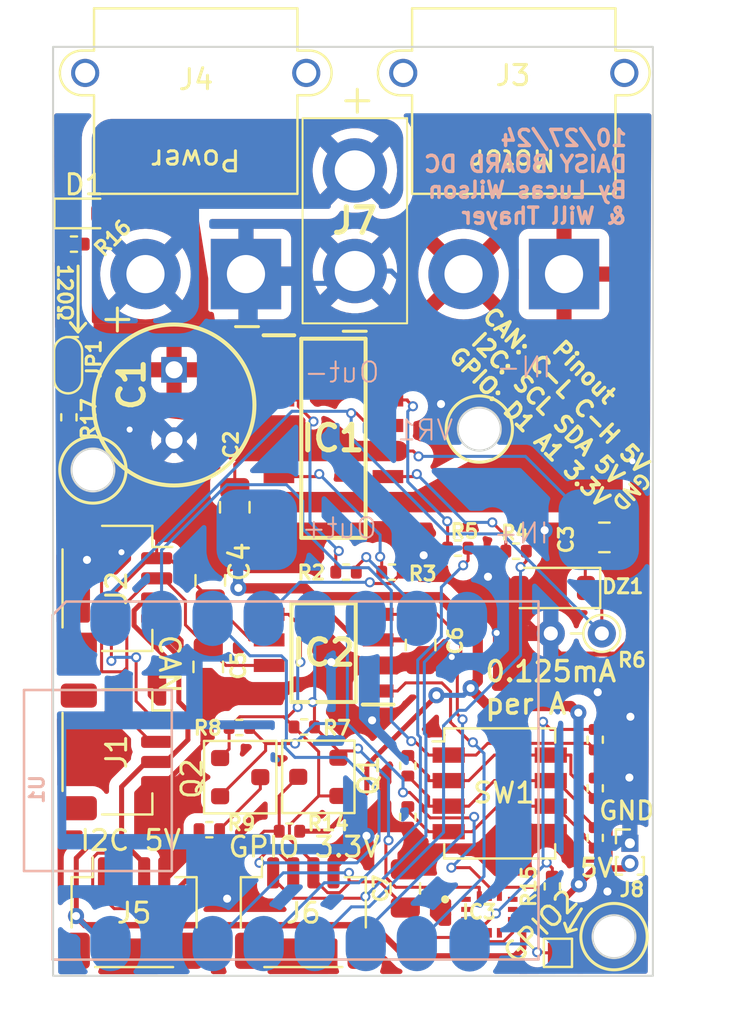
<source format=kicad_pcb>
(kicad_pcb (version 20240108) (generator "pcbnew") (generator_version "8.0")
  (layers (0 "F.Cu" signal) (31 "B.Cu" signal) (34 "B.Paste" user) (35 "F.Paste" user) (36 "B.SilkS" user "B.Silkscreen") (37 "F.SilkS" user "F.Silkscreen") (38 "B.Mask" user) (39 "F.Mask" user) (44 "Edge.Cuts" user))
  (net 0 "")
  (net 1 "GND")
  (net 2 "/OUTA")
  (net 3 "Net-(IC1-INA)")
  (net 4 "+24V")
  (net 5 "Net-(IC1-INB)")
  (net 6 "/OUTB")
  (net 7 "Net-(IC1-PWM)")
  (net 8 "+5V")
  (net 9 "Net-(IC1-SEL0)")
  (net 10 "RSENSE")
  (net 11 "CANH")
  (net 12 "CANL")
  (net 13 "CANTX")
  (net 14 "+3.3V")
  (net 15 "CANRX")
  (net 16 "Net-(R1-Pad1)")
  (net 17 "DipV")
  (net 18 "INA")
  (net 19 "INB")
  (net 20 "PWM")
  (net 21 "SEL")
  (net 22 "Net-(R10-Pad1)")
  (net 23 "Net-(R11-Pad1)")
  (net 24 "GPIO_1")
  (net 25 "GPIO_A")
  (net 26 "SDA")
  (net 27 "SCL")
  (net 28 "GPIO_2")
  (net 29 "/SCL5")
  (net 30 "/SDA5")
  (net 33 "Net-(IC3-CS)")
  (net 39 "Net-(D1-K)")
  (net 40 "Net-(JP1-A)")
  (footprint "Library:Xt30 Horizontal" (layer "F.Cu") (at 86.916 65.626)
    (property "Reference" "J4")
    (property "Value" "XT30PB")
  )
  (footprint "Resistor_SMD:R_0402_1005Metric" (layer "F.Cu") (at 104.2924 88.771 -90)
    (property "Reference" "R13" (hide yes))
    (property "Value" "8.2k")
  )
  (footprint "Resistor_SMD:R_0402_1005Metric" (layer "F.Cu") (at 100.3554 79.4004)
    (property "Reference" "R4")
    (property "Value" "1.1k")
  )
  (footprint "SamacSys_Parts:CAPPRD350W65D800H1300" (layer "F.Cu") (at 83.3374 70.3834 -90)
    (property "Reference" "C1")
    (property "Value" "EEU-FK1E271" (hide yes))
  )
  (footprint "Connector_JST:JST_SH_SM04B-SRSS-TB_1x04-1MP_P1.00mm_Horizontal" (layer "F.Cu") (at 81.3502 97.3882)
    (property "Reference" "J5")
    (property "Value" "SM04B-SRSS-TB")
  )
  (footprint "Resistor_SMD:R_0402_1005Metric" (layer "F.Cu") (at 85.092 93.2434 180)
    (property "Reference" "R9")
    (property "Value" "10k")
  )
  (footprint "Resistor_SMD:R_0402_1005Metric" (layer "F.Cu") (at 104.2924 93.6518 90)
    (property "Reference" "R11" (hide yes))
    (property "Value" "2.2k")
  )
  (footprint "Connector_PinHeader_1.00mm:PinHeader_1x02_P1.00mm_Vertical" (layer "F.Cu") (at 106.0196 93.9198)
    (property "Reference" "J8")
    (property "Value" "Conn_01x02_Pin")
  )
  (footprint "TestPoint:TestPoint_Pad_1.0x1.0mm" (layer "F.Cu") (at 102.4382 99.3648 -90)
    (property "Reference" "GPIO2")
    (property "Value" "TestPoint")
  )
  (footprint "Resistor_SMD:R_0402_1005Metric" (layer "F.Cu") (at 91.8952 80.4418 180)
    (property "Reference" "R2")
    (property "Value" "1.1k")
  )
  (footprint "PCM_Package_TO_SOT_SMD_AKL:SOT-23" (layer "F.Cu") (at 86.63 90.6322)
    (property "Reference" "Q2")
    (property "Value" "BSS138" (hide yes))
  )
  (footprint "Capacitor_SMD:C_0805_2012Metric" (layer "F.Cu") (at 86.36 77.216 -90)
    (property "Reference" "C2")
    (property "Value" "100nF")
  )
  (footprint "Resistor_SMD:R_0402_1005Metric" (layer "F.Cu") (at 78.105 72.7456 90)
    (property "Reference" "R17")
    (property "Value" "120")
  )
  (footprint "Resistor_THT:R_Axial_DIN0204_L3.6mm_D1.6mm_P2.54mm_Vertical" (layer "F.Cu") (at 104.6226 83.4898 180)
    (property "Reference" "R6")
    (property "Value" "Rsense")
  )
  (footprint "SamacSys_Parts:LSM6DS3USTR" (layer "F.Cu") (at 99.0266 97.4574)
    (property "Reference" "IC3")
    (property "Value" "LSM6DS3TR-C" (hide yes))
  )
  (footprint "Resistor_SMD:R_0402_1005Metric" (layer "F.Cu") (at 89.0798 93.3196)
    (property "Reference" "R14")
    (property "Value" "10k")
  )
  (footprint "Connector_JST:JST_SH_SM04B-SRSS-TB_1x04-1MP_P1.00mm_Horizontal" (layer "F.Cu") (at 80.4738 81.25 -90)
    (property "Reference" "J2")
    (property "Value" "SM04B-SRSS-TB")
  )
  (footprint "Resistor_SMD:R_0402_1005Metric" (layer "F.Cu") (at 78.357001 64.135 180)
    (property "Reference" "R16")
    (property "Value" "1.5k")
  )
  (footprint "SamacSys_Parts:SOIC127P600X175-16N" (layer "F.Cu") (at 91.268 73.787)
    (property "Reference" "IC1")
    (property "Value" "VNH7100BASTR" (hide yes))
  )
  (footprint "Diode_SMD:D_SOD-123" (layer "F.Cu") (at 102.1832 81.2292 180)
    (property "Reference" "DZ1")
    (property "Value" "3.3v")
  )
  (footprint "LED_SMD:LED_0603_1608Metric" (layer "F.Cu") (at 78.8671 62.611)
    (property "Reference" "D1")
    (property "Value" "KT-0603R")
  )
  (footprint "Resistor_SMD:R_0402_1005Metric" (layer "F.Cu") (at 94.1812 80.4418 180)
    (property "Reference" "R3")
    (property "Value" "1.1k")
  )
  (footprint "JST_Sorted:XT30PB" (layer "F.Cu") (at 92.3326 65.4744 180)
    (property "Reference" "J7")
    (property "Value" "XT30PB" (hide yes))
  )
  (footprint "Resistor_SMD:R_0402_1005Metric" (layer "F.Cu") (at 104.2924 91.186 90)
    (property "Reference" "R1" (hide yes))
    (property "Value" "8.2k")
  )
  (footprint "Resistor_SMD:R_0402_1005Metric" (layer "F.Cu") (at 86.5866 88.1634 180)
    (property "Reference" "R8")
    (property "Value" "10k")
  )
  (footprint "PCM_Package_TO_SOT_SMD_AKL:SOT-23" (layer "F.Cu") (at 90.5162 90.617 180)
    (property "Reference" "Q1")
    (property "Value" "BSS138" (hide yes))
  )
  (footprint "SamacSys_Parts:SOIC127P600X175-8N" (layer "F.Cu") (at 90.7796 84.4448 180)
    (property "Reference" "IC2")
    (property "Value" "TJA1050T_CM" (hide yes))
  )
  (footprint "Capacitor_SMD:C_0805_2012Metric" (layer "F.Cu") (at 94.8436 96.1644 90)
    (property "Reference" "C7")
    (property "Value" "100nF")
  )
  (footprint "Resistor_SMD:R_0402_1005Metric" (layer "F.Cu") (at 94.9706 92.6064 90)
    (property "Reference" "R12" (hide yes))
    (property "Value" "1.1k")
  )
  (footprint "Resistor_SMD:R_0402_1005Metric" (layer "F.Cu") (at 97.4598 79.248)
    (property "Reference" "R5")
    (property "Value" "1.1k")
  )
  (footprint "Jumper:SolderJumper-2_P1.3mm_Open_RoundedPad1.0x1.5mm" (layer "F.Cu") (at 78.2574 70.1548 90)
    (property "Reference" "JP1")
    (property "Value" "SolderJumper_2_Open")
  )
  (footprint "Resistor_SMD:R_0402_1005Metric" (layer "F.Cu") (at 89.8144 88.138 180)
    (property "Reference" "R7")
    (property "Value" "10k")
  )
  (footprint "Capacitor_SMD:C_0805_2012Metric" (layer "F.Cu") (at 85.1408 80.8482 -90)
    (property "Reference" "C4")
    (property "Value" "30pF")
  )
  (footprint "Capacitor_SMD:C_0805_2012Metric" (layer "F.Cu") (at 95.6056 84.0638 -90)
    (property "Reference" "C6")
    (property "Value" "100nF")
  )
  (footprint "Connector_JST:JST_SH_SM04B-SRSS-TB_1x04-1MP_P1.00mm_Horizontal" (layer "F.Cu") (at 80.4738 89.378 -90)
    (property "Reference" "J1")
    (property "Value" "SM04B-SRSS-TB")
  )
  (footprint "Resistor_SMD:R_0402_1005Metric" (layer "F.Cu") (at 102.1588 96.0628 90)
    (property "Reference" "R15")
    (property "Value" "10k")
  )
  (footprint "Capacitor_SMD:C_0805_2012Metric" (layer "F.Cu") (at 85.0392 85.151 -90)
    (property "Reference" "C5")
    (property "Value" "30pF")
  )
  (footprint "Connector_JST:JST_SH_SM04B-SRSS-TB_1x04-1MP_P1.00mm_Horizontal" (layer "F.Cu") (at 89.7696 97.3882)
    (property "Reference" "J6")
    (property "Value" "SM04B-SRSS-TB")
  )
  (footprint "Resistor_SMD:R_0402_1005Metric" (layer "F.Cu") (at 94.9706 90.0644 90)
    (property "Reference" "R10" (hide yes))
    (property "Value" "3.9k")
  )
  (footprint "Capacitor_SMD:C_0805_2012Metric" (layer "F.Cu") (at 104.7496 78.7146)
    (property "Reference" "C3")
    (property "Value" "10nF")
  )
  (footprint "Button_Switch_SMD:SW_DIP_SPSTx04_Slide_Copal_CHS-04A_W5.08mm_P1.27mm_JPin" (layer "F.Cu") (at 99.5426 91.44)
    (property "Reference" "SW1")
    (property "Value" "DSHP04TJGER")
  )
  (footprint "Library:Xt30 Horizontal" (layer "F.Cu") (at 102.742 65.626)
    (property "Reference" "J3")
    (property "Value" "XT30PB")
  )
  (footprint "Library:EY9 reg board" (layer "B.Cu") (at 95.8342 73.8886 180)
    (property "Reference" "VR1")
    (property "Value" "~")
  )
  (footprint "Arduino:ESP32-C3 16 Pin Super Mini" (layer "B.Cu") (at 98.2964 81.9039 -90)
    (property "Reference" "U1")
    (property "Value" "MOUDLE-SEEEDUINO-XIAO-ESP32C3")
  )
  (gr_line (start 102.9208 98.3234) (end 103.3526 98.1964) (stroke (width 0.15)) (layer "F.SilkS"))
  (gr_line (start 78.9432 68.072) (end 78.5622 68.5038) (stroke (width 0.15)) (layer "F.SilkS"))
  (gr_circle (center 105.228418 98.55975) (end 106.878418 98.55975) (stroke (width 0.15)) (fill none) (layer "F.SilkS"))
  (gr_line (start 78.1812 68.0466) (end 78.5622 68.5038) (stroke (width 0.15)) (layer "F.SilkS"))
  (gr_line (start 78.5622 65.2272) (end 78.5622 68.5038) (stroke (width 0.15)) (layer "F.SilkS"))
  (gr_circle (center 98.5276 73.3298) (end 100.1776 73.3298) (stroke (width 0.15)) (fill none) (layer "F.SilkS"))
  (gr_line (start 103.6066 97.1804) (end 102.9208 98.3234) (stroke (width 0.15)) (layer "F.SilkS"))
  (gr_circle (center 79.302 75.3618) (end 80.952 75.3618) (stroke (width 0.15)) (fill none) (layer "F.SilkS"))
  (gr_line (start 78.5622 68.5038) (end 78.1812 68.0466) (stroke (width 0.15)) (layer "F.SilkS"))
  (gr_line (start 102.9208 98.3234) (end 102.7684 97.8916) (stroke (width 0.15)) (layer "F.SilkS"))
  (gr_circle (center 105.228418 98.55975) (end 106.298418 98.55975) (stroke (width 0.1)) (fill none) (layer "Edge.Cuts"))
  (gr_circle (center 79.302 75.3618) (end 80.372 75.3618) (stroke (width 0.1)) (fill none) (layer "Edge.Cuts"))
  (gr_circle (center 98.5276 73.3298) (end 99.5976 73.3298) (stroke (width 0.1)) (fill none) (layer "Edge.Cuts"))
  (gr_rect (start 77.3176 54.3306) (end 107.1626 100.5078) (stroke (width 0.1)) (fill none) (layer "Edge.Cuts"))
  (gr_text "10/27/24 \nDAISY BOARD DC\nBy Lucas Wilson \n& Will Thayer\n\n" (at 105.9688 64.4906 0) (layer "B.SilkS") (effects (font (size 0.8 0.8) (thickness 0.175) (bold yes)) (justify left bottom mirror)))
  (gr_text "GND" (at 106.0958 76.4286 -135) (layer "F.SilkS") (effects (font (size 0.7 0.7))))
  (gr_text "-" (at 92.329 68.3514 0) (layer "F.SilkS") (effects (font (size 1.5 1.5))))
  (gr_text "Power" (at 84.416 59.951 180) (layer "F.SilkS") (effects (font (size 1 1))))
  (gr_text "GPIO 3.3V\n" (at 89.8144 94.107 0) (layer "F.SilkS") (effects (font (size 1 1))))
  (gr_text "5V" (at 104.3686 95.1484 0) (layer "F.SilkS") (effects (font (size 0.9 0.9))))
  (gr_text "Motor" (at 100.242 59.951 180) (layer "F.SilkS") (effects (font (size 1 1))))
  (gr_text "+" (at 92.456 56.896 0) (layer "F.SilkS") (effects (font (size 1.5 1.5))))
  (gr_text "CAN" (at 83.1088 85.0138 -90) (layer "F.SilkS") (effects (font (size 1 1))))
  (gr_text "I2C 5V" (at 81.1784 93.7768 0) (layer "F.SilkS") (effects (font (size 1 1))))
  (gr_text "Pinout\nCAN: C-L C-H 5V\nI2C: SCL SDA 5V\nGPIO: D1 A1 3.3V" (at 100.6856 73.5584 315) (layer "F.SilkS") (effects (font (size 0.8 0.8) (thickness 0.175) (bold yes)) (justify bottom)))
  (gr_text "0.125mA \nper A\n" (at 98.7298 87.5792 0) (layer "F.SilkS") (effects (font (size 1 1) (thickness 0.175) (bold yes)) (justify left bottom)))
  (gr_text "GND" (at 105.8672 92.3036 0) (layer "F.SilkS") (effects (font (size 0.9 0.9))))
  (gr_text "120Ω" (at 77.9018 66.548 -90) (layer "F.SilkS") (effects (font (size 0.7 0.7))))
  (segment (start 101.5193 93.345) (end 102.9377 94.7634) (width 0.25) (layer "F.Cu") (net 1))
  (segment (start 93.358801 93.116399) (end 92.927 93.5482) (width 0.508) (layer "F.Cu") (net 1))
  (segment (start 105.0307 84.5148) (end 102.5567 84.5148) (width 0.25) (layer "F.Cu") (net 1))
  (segment (start 92.927 93.5482) (end 92.9132 93.5482) (width 0.508) (layer "F.Cu") (net 1))
  (segment (start 100.9489 82.907) (end 100.9489 81.6449) (width 0.25) (layer "F.Cu") (net 1))
  (segment (start 105.033 93.6498) (end 105.033 84.5172) (width 0.25) (layer "F.Cu") (net 1))
  (segment (start 94.6473 85.0138) (end 94.5813 85.0798) (width 0.25) (layer "F.Cu") (net 1))
  (segment (start 82.7091 91.1132) (end 82.8487 91.2529) (width 0.25) (layer "F.Cu") (net 1))
  (segment (start 92.9034 93.5718) (end 92.8878 93.5874) (width 0.25) (layer "F.Cu") (net 1))
  (segment (start 82.4738 83.5356) (end 82.4738 82.75) (width 0.25) (layer "F.Cu") (net 1))
  (segment (start 87.5233 86.3498) (end 88.0686 86.3498) (width 0.25) (layer "F.Cu") (net 1))
  (segment (start 92.8878 93.599) (end 92.8762 93.599) (width 0.25) (layer "F.Cu") (net 1))
  (segment (start 95.7486 94.179) (end 101.2486 94.179) (width 0.508) (layer "F.Cu") (net 1))
  (segment (start 82.7091 91.1132) (end 85.0392 88.7831) (width 0.25) (layer "F.Cu") (net 1))
  (segment (start 86.7291 86.101) (end 86.9779 86.3498) (width 0.25) (layer "F.Cu") (net 1))
  (segment (start 88.0686 86.3498) (end 89.1593 86.3498) (width 0.25) (layer "F.Cu") (net 1))
  (segment (start 106.0196 93.9198) (end 105.303 93.9198) (width 0.254) (layer "F.Cu") (net 1))
  (segment (start 85.0392 86.101) (end 82.4738 83.5356) (width 0.25) (layer "F.Cu") (net 1))
  (segment (start 82.8487 93.8682) (end 82.8502 93.8697) (width 0.25) (layer "F.Cu") (net 1))
  (segment (start 95.6056 85.0138) (end 94.6473 85.0138) (width 0.25) (layer "F.Cu") (net 1))
  (segment (start 95.9512 84.6682) (end 95.6056 85.0138) (width 0.25) (layer "F.Cu") (net 1))
  (segment (start 91.2696 95.2056) (end 91.2696 95.3882) (width 0.25) (layer "F.Cu") (net 1))
  (segment (start 102.9377 94.7634) (end 104.9379 94.7634) (width 0.25) (layer "F.Cu") (net 1))
  (segment (start 99.3648 83.4644) (end 99.3902 83.4644) (width 0.25) (layer "F.Cu") (net 1))
  (segment (start 78.74 64.135) (end 78.4606 64.4144) (width 0.15) (layer "F.Cu") (net 1))
  (segment (start 87.5233 86.3498) (end 86.9779 86.3498) (width 0.25) (layer "F.Cu") (net 1))
  (segment (start 105.0331 84.5172) (end 105.0307 84.5148) (width 0.25) (layer "F.Cu") (net 1))
  (segment (start 100.9489 81.6449) (end 100.5332 81.2292) (width 0.25) (layer "F.Cu") (net 1))
  (segment (start 93.4906 85.0798) (end 92.3999 85.0798) (width 0.25) (layer "F.Cu") (net 1))
  (segment (start 94.9706 93.116399) (end 93.358801 93.116399) (width 0.508) (layer "F.Cu") (net 1))
  (segment (start 82.4738 90.878) (end 82.7091 91.1132) (width 0.25) (layer "F.Cu") (net 1))
  (segment (start 89.1593 86.3498) (end 89.6843 85.8248) (width 0.25) (layer "F.Cu") (net 1))
  (segment (start 105.303 93.9198) (end 105.033 93.6498) (width 0.254) (layer "F.Cu") (net 1))
  (segment (start 89.6843 85.8248) (end 91.8443 85.8248) (width 0.25) (layer "F.Cu") (net 1))
  (segment (start 104.9379 94.7634) (end 105.0331 94.6682) (width 0.25) (layer "F.Cu") (net 1))
  (segment (start 92.8762 93.599) (end 91.2696 95.2056) (width 0.25) (layer "F.Cu") (net 1))
  (segment (start 106.02 93.9198) (end 106.0196 93.9198) (width 0.254) (layer "F.Cu") (net 1))
  (segment (start 91.8443 85.8248) (end 92.3999 85.2692) (width 0.25) (layer "F.Cu") (net 1))
  (segment (start 78.4098 64.4652) (end 78.4098 65.0494) (width 0.15) (layer "F.Cu") (net 1))
  (segment (start 106.1545 74.9421) (end 106.1545 83.6597) (width 0.25) (layer "F.Cu") (net 1))
  (segment (start 85.1408 79.8982) (end 84.4448 79.8982) (width 0.25) (layer "F.Cu") (net 1))
  (segment (start 85.0392 88.7831) (end 85.0392 86.101) (width 0.25) (layer "F.Cu") (net 1))
  (segment (start 82.8487 91.2529) (end 82.8487 93.8682) (width 0.25) (layer "F.Cu") (net 1))
  (segment (start 102.5567 84.5148) (end 100.9489 82.907) (width 0.25) (layer "F.Cu") (net 1))
  (segment (start 92.8878 93.5874) (end 92.8878 93.599) (width 0.25) (layer "F.Cu") (net 1))
  (segment (start 100.3915 83.4644) (end 100.9489 82.907) (width 0.25) (layer "F.Cu") (net 1))
  (segment (start 95.7486 93.8436) (end 95.7486 94.179) (width 0.508) (layer "F.Cu") (net 1))
  (segment (start 94.9706 93.116399) (end 95.021399 93.116399) (width 0.508) (layer "F.Cu") (net 1))
  (segment (start 102.0826 93.345) (end 101.5193 93.345) (width 0.25) (layer "F.Cu") (net 1))
  (segment (start 92.9132 93.5482) (end 92.9132 93.562) (width 0.508) (layer "F.Cu") (net 1))
  (segment (start 92.3999 85.2692) (end 92.3999 85.0798) (width 0.25) (layer "F.Cu") (net 1))
  (segment (start 99.3902 83.4644) (end 100.3915 83.4644) (width 0.25) (layer "F.Cu") (net 1))
  (segment (start 95.021399 93.116399) (end 95.7486 93.8436) (width 0.508) (layer "F.Cu") (net 1))
  (segment (start 78.4606 64.4144) (end 78.4098 64.4652) (width 0.15) (layer "F.Cu") (net 1))
  (segment (start 105.033 94.6682) (end 105.033 93.6498) (width 0.25) (layer "F.Cu") (net 1))
  (segment (start 101.2486 94.179) (end 102.0826 93.345) (width 0.508) (layer "F.Cu") (net 1))
  (segment (start 106.1545 83.6597) (end 105.297 84.5172) (width 0.25) (layer "F.Cu") (net 1))
  (segment (start 78.867 64.135) (end 78.74 64.135) (width 0.15) (layer "F.Cu") (net 1))
  (segment (start 82.8502 93.8697) (end 82.8502 95.3882) (width 0.25) (layer "F.Cu") (net 1))
  (segment (start 97.1315 84.6682) (end 95.9512 84.6682) (width 0.25) (layer "F.Cu") (net 1))
  (segment (start 85.0392 86.101) (end 86.7291 86.101) (width 0.25) (layer "F.Cu") (net 1))
  (segment (start 92.9132 93.562) (end 92.9034 93.5718) (width 0.508) (layer "F.Cu") (net 1))
  (segment (start 93.4906 85.0798) (end 94.5813 85.0798) (width 0.25) (layer "F.Cu") (net 1))
  (segment (start 105.297 84.5172) (end 105.0331 84.5172) (width 0.25) (layer "F.Cu") (net 1))
  (via (at 99.3902 83.4644) (size 0.5) (drill 0.3) (layers "F.Cu" "B.Cu") (net 1))
  (via (at 106.147 74.93) (size 0.5) (drill 0.3) (layers "F.Cu" "B.Cu") (net 1))
  (via (at 85.979 96.6724) (size 0.8) (drill 0.4) (layers "F.Cu" "B.Cu") (net 1))
  (via (at 104.902 96.3168) (size 0.8) (drill 0.4) (layers "F.Cu" "B.Cu") (net 1))
  (via (at 101.7778 78.359) (size 0.8) (drill 0.4) (layers "F.Cu" "B.Cu") (net 1))
  (via (at 79.0056 79.8322) (size 0.8) (drill 0.4) (layers "F.Cu" "B.Cu") (net 1))
  (via (at 98.9584 80.6704) (size 0.8) (drill 0.4) (layers "F.Cu" "B.Cu") (net 1))
  (via (at 80.7212 79.4512) (size 0.5) (drill 0.3) (layers "F.Cu" "B.Cu") (net 1))
  (via (at 92.9132 93.5482) (size 0.8) (drill 0.4) (layers "F.Cu" "B.Cu") (net 1))
  (via (at 97.155 84.6582) (size 0.5) (drill 0.3) (layers "F.Cu" "B.Cu") (net 1))
  (via (at 106.045 87.63) (size 0.8) (drill 0.4) (layers "F.Cu" "B.Cu") (net 1))
  (via (at 95.758 79.6036) (size 0.8) (drill 0.4) (layers "F.Cu" "B.Cu") (net 1))
  (via (at 91.1606 84.9122) (size 0.8) (drill 0.4) (layers "F.Cu" "B.Cu") (net 1))
  (via (at 104.4194 86.4108) (size 0.8) (drill 0.4) (layers "F.Cu" "B.Cu") (net 1))
  (via (at 93.1926 87.8078) (size 0.8) (drill 0.4) (layers "F.Cu" "B.Cu") (net 1))
  (via (at 81.1276 73.3552) (size 0.5) (drill 0.3) (layers "F.Cu" "B.Cu") (net 1))
  (via (at 96.6216 72.0852) (size 0.8) (drill 0.4) (layers "F.Cu" "B.Cu") (net 1))
  (via (at 105.9942 90.6526) (size 0.8) (drill 0.4) (layers "F.Cu" "B.Cu") (net 1))
  (segment (start 87.3756 70.3326) (end 87.5792 70.3326) (width 0.25) (layer "B.Cu") (net 1))
  (segment (start 106.1466 74.93) (end 106.1424 74.93) (width 0.25) (layer "B.Cu") (net 1))
  (segment (start 92.2597 94.2155) (end 92.9034 93.5718) (width 0.508) (layer "B.Cu") (net 1))
  (segment (start 94.1445 65.4744) (end 92.3326 65.4744) (width 0.25) (layer "B.Cu") (net 1))
  (segment (start 99.3648 84.4911) (end 99.2799 84.576) (width 0.25) (layer "B.Cu") (net 1))
  (segment (start 106.1424 74.93) (end 104.3432 73.1308) (width 0.25) (layer "B.Cu") (net 1))
  (segment (start 81.7626 75.8698) (end 81.7285 75.8698) (width 0.25) (layer "B.Cu") (net 1))
  (segment (start 99.2799 84.576) (end 97.2237 84.576) (width 0.25) (layer "B.Cu") (net 1))
  (segment (start 97.155 84.6582) (end 97.1415 84.6582) (width 0.25) (layer "B.Cu") (net 1))
  (segment (start 87.3756 66.0856) (end 86.916 65.626) (width 0.25) (layer "B.Cu") (net 1))
  (segment (start 91.7214 66.0856) (end 87.3756 66.0856) (width 0.25) (layer "B.Cu") (net 1))
  (segment (start 99.0027 70.3326) (end 94.1445 65.4744) (width 0.25) (layer "B.Cu") (net 1))
  (segment (start 97.1415 84.6582) (end 97.1315 84.6682) (width 0.25) (layer "B.Cu") (net 1))
  (segment (start 82.716404 98.450807) (end 86.951711 94.2155) (width 0.508) (layer "B.Cu") (net 1))
  (segment (start 97.155 84.6447) (end 97.155 84.6582) (width 0.25) (layer "B.Cu") (net 1))
  (segment (start 106.1466 74.9342) (end 106.1466 74.93) (width 0.25) (layer "B.Cu") (net 1))
  (segment (start 82.716404 98.903901) (end 82.716404 98.450807) (width 0.508) (layer "B.Cu") (net 1))
  (segment (start 86.951711 94.2155) (end 92.2597 94.2155) (width 0.508) (layer "B.Cu") (net 1))
  (segment (start 87.3756 70.3326) (end 87.3756 66.0856) (width 0.25) (layer "B.Cu") (net 1))
  (segment (start 104.3432 73.1308) (end 104.3432 70.3326) (width 0.25) (layer "B.Cu") (net 1))
  (segment (start 81.7285 75.9039) (end 81.7282 75.9042) (width 0.25) (layer "B.Cu") (net 1))
  (segment (start 97.2237 84.576) (end 97.155 84.6447) (width 0.25) (layer "B.Cu") (net 1))
  (segment (start 81.7285 75.8698) (end 81.7285 75.9039) (width 0.25) (layer "B.Cu") (net 1))
  (segment (start 92.3326 65.4744) (end 91.7214 66.0856) (width 0.25) (layer "B.Cu") (net 1))
  (segment (start 104.3432 70.3326) (end 99.0027 70.3326) (width 0.25) (layer "B.Cu") (net 1))
  (segment (start 106.1545 74.9421) (end 106.1466 74.9342) (width 0.25) (layer "B.Cu") (net 1))
  (segment (start 83.3374 73.8834) (end 83.8248 73.8834) (width 0.25) (layer "B.Cu") (net 1))
  (segment (start 83.8248 73.8834) (end 87.3756 70.3326) (width 0.25) (layer "B.Cu") (net 1))
  (segment (start 99.3648 83.4644) (end 99.3648 84.4911) (width 0.25) (layer "B.Cu") (net 1))
  (segment (start 83.3374 73.8834) (end 83.3374 74.2021) (width 0.25) (layer "B.Cu") (net 1))
  (segment (start 89.5202 72.1978) (end 90.2758 72.9534) (width 0.15) (layer "F.Cu") (net 3))
  (segment (start 91.5343 79.3885) (end 91.3852 79.5376) (width 0.15) (layer "F.Cu") (net 3))
  (segment (start 89.5202 71.882) (end 89.5202 72.1978) (width 0.15) (layer "F.Cu") (net 3))
  (segment (start 91.3852 79.5376) (end 91.3852 80.4418) (width 0.15) (layer "F.Cu") (net 3))
  (segment (start 88.556 71.882) (end 89.5202 71.882) (width 0.15) (layer "F.Cu") (net 3))
  (via (at 90.2758 72.9534) (size 0.5) (drill 0.3) (layers "F.Cu" "B.Cu") (net 3))
  (via (at 91.5343 79.3885) (size 0.5) (drill 0.3) (layers "F.Cu" "B.Cu") (net 3))
  (segment (start 90.1015 73.1277) (end 90.2758 72.9534) (width 0.15) (layer "B.Cu") (net 3))
  (segment (start 90.1015 77.9557) (end 90.1015 73.1277) (width 0.15) (layer "B.Cu") (net 3))
  (segment (start 91.5343 79.3885) (end 90.1015 77.9557) (width 0.15) (layer "B.Cu") (net 3))
  (segment (start 95.2378 74.422) (end 95.5028 74.687) (width 0.15) (layer "F.Cu") (net 4))
  (segment (start 86.587 74.8589) (end 86.36 75.0859) (width 0.15) (layer "F.Cu") (net 4))
  (segment (start 86.36 75.0859) (end 86.36 76.266) (width 0.15) (layer "F.Cu") (net 4))
  (segment (start 94.9427 74.422) (end 95.2378 74.422) (width 0.15) (layer "F.Cu") (net 4))
  (via (at 95.5028 74.687) (size 0.5) (drill 0.3) (layers "F.Cu" "B.Cu") (net 4))
  (segment (start 100.8236 74.687) (end 104.4702 78.3336) (width 0.15) (layer "B.Cu") (net 4))
  (segment (start 95.5028 74.687) (end 100.8236 74.687) (width 0.15) (layer "B.Cu") (net 4))
  (segment (start 93.5916 79.6746) (end 93.6712 79.7542) (width 0.15) (layer "F.Cu") (net 5))
  (segment (start 90.4349 75.692) (end 90.5629 75.564) (width 0.15) (layer "F.Cu") (net 5))
  (segment (start 88.556 75.692) (end 90.4349 75.692) (width 0.15) (layer "F.Cu") (net 5))
  (segment (start 93.6712 79.7542) (end 93.6712 80.4418) (width 0.15) (layer "F.Cu") (net 5))
  (via (at 93.5916 79.6746) (size 0.5) (drill 0.3) (layers "F.Cu" "B.Cu") (net 5))
  (via (at 90.5629 75.564) (size 0.5) (drill 0.3) (layers "F.Cu" "B.Cu") (net 5))
  (segment (start 90.5629 75.564) (end 93.5916 78.5927) (width 0.15) (layer "B.Cu") (net 5))
  (segment (start 93.5916 78.5927) (end 93.5916 79.6746) (width 0.15) (layer "B.Cu") (net 5))
  (segment (start 95.2939 75.692) (end 95.4184 75.5675) (width 0.15) (layer "F.Cu") (net 7))
  (segment (start 99.8454 78.6395) (end 99.8454 79.4004) (width 0.15) (layer "F.Cu") (net 7))
  (segment (start 99.174 77.9681) (end 99.8454 78.6395) (width 0.15) (layer "F.Cu") (net 7))
  (segment (start 93.98 75.692) (end 95.2939 75.692) (width 0.15) (layer "F.Cu") (net 7))
  (via (at 99.174 77.9681) (size 0.5) (drill 0.3) (layers "F.Cu" "B.Cu") (net 7))
  (via (at 95.4184 75.5675) (size 0.5) (drill 0.3) (layers "F.Cu" "B.Cu") (net 7))
  (segment (start 99.174 77.9681) (end 97.819 77.9681) (width 0.15) (layer "B.Cu") (net 7))
  (segment (start 97.819 77.9681) (end 95.4184 75.5675) (width 0.15) (layer "B.Cu") (net 7))
  (segment (start 82.4738 81.75) (end 81.9476 81.75) (width 0.25) (layer "F.Cu") (net 8))
  (segment (start 105.767 95.1721) (end 104.269 95.1721) (width 0.3176) (layer "F.Cu") (net 8))
  (segment (start 101.4 97.1265) (end 100.711 97.8156) (width 0.3176) (layer "F.Cu") (net 8))
  (segment (start 80.7277 93.798) (end 81.8502 94.9205) (width 0.25) (layer "F.Cu") (net 8))
  (segment (start 94.9096 83.8098) (end 93.4906 83.8098) (width 0.25) (layer "F.Cu") (net 8))
  (segment (start 100.711 99.1109) (end 100.279 99.5426) (width 0.3176) (layer "F.Cu") (net 8))
  (segment (start 81.3484 83.0956) (end 83.5761 85.3233) (width 0.25) (layer "F.Cu") (net 8))
  (segment (start 84.0278 87.3431) (end 84.0278 88.7741) (width 0.25) (layer "F.Cu") (net 8))
  (segment (start 95.6056 83.1138) (end 94.9096 83.8098) (width 0.25) (layer "F.Cu") (net 8))
  (segment (start 84.0278 88.7741) (end 82.9239 89.878) (width 0.25) (layer "F.Cu") (net 8))
  (segment (start 100.279 99.5426) (end 94.8182 99.5426) (width 0.3176) (layer "F.Cu") (net 8))
  (segment (start 98.965936 87.0992) (end 103.076361 87.0992) (width 0.508) (layer "F.Cu") (net 8))
  (segment (start 78.4722 97.5222) (end 78.4722 94.6577) (width 0.25) (layer "F.Cu") (net 8))
  (segment (start 106.0198 94.92) (end 105.767 95.1721) (width 0.3176) (layer "F.Cu") (net 8))
  (segment (start 78.486 97.536) (end 78.4722 97.5222) (width 0.25) (layer "F.Cu") (net 8))
  (segment (start 78.4722 97.5527) (end 78.4722 97.5498) (width 0.25) (layer "F.Cu") (net 8))
  (segment (start 89.836898 81.2468) (end 89.836899 81.246799) (width 0.25) (layer "F.Cu") (net 8))
  (segment (start 90.9939 93.3196) (end 92.9293 91.3842) (width 0.25) (layer "F.Cu") (net 8))
  (segment (start 103.076361 87.0992) (end 103.403961 87.4268) (width 0.508) (layer "F.Cu") (net 8))
  (segment (start 81.3484 82.3492) (end 81.3484 83.0956) (width 0.25) (layer "F.Cu") (net 8))
  (segment (start 100.711 97.8156) (end 100.711 99.1109) (width 0.3176) (layer "F.Cu") (net 8))
  (segment (start 98.0948 86.2076) (end 98.0948 86.213682) (width 0.25) (layer "F.Cu") (net 8))
  (segment (start 94.8182 99.5426) (end 93.2688 97.9932) (width 0.3176) (layer "F.Cu") (net 8))
  (segment (start 103.4542 87.477039) (end 103.4542 87.4776) (width 0.508) (layer "F.Cu") (net 8))
  (segment (start 79.3319 93.798) (end 80.7277 93.798) (width 0.25) (layer "F.Cu") (net 8))
  (segment (start 98.100882 86.2076) (end 98.0948 86.2076) (width 0.25) (layer "F.Cu") (net 8))
  (segment (start 82.5115 96.528) (end 81.8502 95.8667) (width 0.25) (layer "F.Cu") (net 8))
  (segment (start 96.5962 81.6864) (end 90.2765 81.6864) (width 0.508) (layer "F.Cu") (net 8))
  (segment (start 81.9597 89.878) (end 80.7277 91.11) (width 0.25) (layer "F.Cu") (net 8))
  (segment (start 78.4722 97.5498) (end 78.4606 97.5614) (width 0.25) (layer "F.Cu") (net 8))
  (segment (start 81.8502 94.9205) (end 81.8502 95.3882) (width 0.25) (layer "F.Cu") (net 8))
  (segment (start 84.582 93.2434) (end 84.582 95.1182) (width 0.25) (layer "F.Cu") (net 8))
  (segment (start 98.4504 83.5406) (end 96.5962 81.6864) (width 0.508) (layer "F.Cu") (net 8))
  (segment (start 84.582 95.1182) (end 83.1722 96.528) (width 0.25) (layer "F.Cu") (net 8))
  (segment (start 98.3381 85.970382) (end 98.100882 86.2076) (width 0.25) (layer "F.Cu") (net 8))
  (segment (start 82.9239 89.878) (end 82.4738 89.878) (width 0.25) (layer "F.Cu") (net 8))
  (segment (start 78.4606 97.5614) (end 78.4606 97.536) (width 0.25) (layer "F.Cu") (net 8))
  (segment (start 90.2765 81.6864) (end 89.836899 81.246799) (width 0.508) (layer "F.Cu") (net 8))
  (segment (start 93.2688 97.9932) (end 78.9127 97.9932) (width 0.3175) (layer "F.Cu") (net 8))
  (segment (start 102.763 96.6782) (end 102.763 96.885) (width 0.3176) (layer "F.Cu") (net 8))
  (segment (start 98.3381 85.970382) (end 98.4504 85.858082) (width 0.508) (layer "F.Cu") (net 8))
  (segment (start 98.0948 86.213682) (end 98.087609 86.220873) (width 0.25) (layer "F.Cu") (net 8))
  (segment (start 82.4738 89.878) (end 81.9597 89.878) (width 0.25) (layer "F.Cu") (net 8))
  (segment (start 81.8502 95.8667) (end 81.8502 95.3882) (width 0.25) (layer "F.Cu") (net 8))
  (segment (start 83.5761 85.3233) (end 83.5761 86.8914) (width 0.25) (layer "F.Cu") (net 8))
  (segment (start 106.0196 94.9198) (end 106.0198 94.92) (width 0.15) (layer "F.Cu") (net 8))
  (segment (start 86.5554 81.2468) (end 86.5378 81.2292) (width 0.15) (layer "F.Cu") (net 8))
  (segment (start 89.5898 93.3196) (end 90.9939 93.3196) (width 0.25) (layer "F.Cu") (net 8))
  (segment (start 103.4542 87.4268) (end 103.4542 87.477039) (width 0.508) (layer "F.Cu") (net 8))
  (segment (start 78.4722 94.6577) (end 79.3319 93.798) (width 0.25) (layer "F.Cu") (net 8))
  (segment (start 102.521 97.1265) (end 101.4 97.1265) (width 0.3176) (layer "F.Cu") (net 8))
  (segment (start 98.4504 85.858082) (end 98.4504 83.5406) (width 0.508) (layer "F.Cu") (net 8))
  (segment (start 103.48 95.9612) (end 102.763 96.6782) (width 0.3176) (layer "F.Cu") (net 8))
  (segment (start 103.4542 87.477039) (end 103.4542 87.477039) (width 0.508) (layer "F.Cu") (net 8))
  (segment (start 92.3999 83.8098) (end 89.836899 81.246799) (width 0.25) (layer "F.Cu") (net 8))
  (segment (start 78.486 97.536) (end 78.486 97.536) (width 0.25) (layer "F.Cu") (net 8))
  (segment (start 96.393 86.5632) (end 96.418844 86.5632) (width 0.25) (layer "F.Cu") (net 8))
  (segment (start 96.418844 86.5632) (end 96.416509 86.565535) (width 0.25) (layer "F.Cu") (net 8))
  (segment (start 92.9293 91.3842) (end 92.9293 90.052744) (width 0.25) (layer "F.Cu") (net 8))
  (segment (start 93.4906 83.8098) (end 92.3999 83.8098) (width 0.25) (layer "F.Cu") (net 8))
  (segment (start 103.4542 87.4776) (end 103.454761 87.4776) (width 0.508) (layer "F.Cu") (net 8))
  (segment (start 92.9293 90.052744) (end 96.393 86.589044) (width 0.25) (layer "F.Cu") (net 8))
  (segment (start 83.5761 86.8914) (end 84.0278 87.3431) (width 0.25) (layer "F.Cu") (net 8))
  (segment (start 102.763 96.885) (end 102.521 97.1265) (width 0.3176) (layer "F.Cu") (net 8))
  (segment (start 103.454761 87.4776) (end 103.463161 87.486) (width 0.508) (layer "F.Cu") (net 8))
  (segment (start 98.087609 86.220873) (end 98.965936 87.0992) (width 0.508) (layer "F.Cu") (net 8))
  (segment (start 80.7277 91.11) (end 80.7277 93.798) (width 0.25) (layer "F.Cu") (net 8))
  (segment (start 78.9127 97.9932) (end 78.4722 97.5527) (width 0.3175) (layer "F.Cu") (net 8))
  (segment (start 83.1722 96.528) (end 82.5115 96.528) (width 0.25) (layer "F.Cu") (net 8))
  (segment (start 96.393 86.589044) (end 96.393 86.5632) (width 0.25) (layer "F.Cu") (net 8))
  (segment (start 104.269 95.1721) (end 103.48 95.9612) (width 0.3176) (layer "F.Cu") (net 8))
  (segment (start 81.9476 81.75) (end 81.3484 82.3492) (width 0.25) (layer "F.Cu") (net 8))
  (segment (start 103.403961 87.4268) (end 103.4542 87.4268) (width 0.508) (layer "F.Cu") (net 8))
  (segment (start 78.4606 97.536) (end 78.486 97.536) (width 0.25) (layer "F.Cu") (net 8))
  (segment (start 106.02 94.9198) (end 106.0198 94.92) (width 0.3176) (layer "F.Cu") (net 8))
  (segment (start 86.5237 81.2468) (end 89.836898 81.2468) (width 0.508) (layer "F.Cu") (net 8))
  (via (at 103.454 87.4268) (size 0.8) (drill 0.4) (layers "F.Cu" "B.Cu") (net 8))
  (via (at 78.4606 97.536) (size 0.8) (drill 0.4) (layers "F.Cu" "B.Cu") (net 8))
  (via (at 96.393 86.5632) (size 0.8) (drill 0.4) (layers "F.Cu" "B.Cu") (net 8))
  (via (at 98.0948 86.2076) (size 0.8) (drill 0.4) (layers "F.Cu" "B.Cu") (net 8))
  (via (at 103.48 95.9612) (size 0.8) (drill 0.4) (layers "F.Cu" "B.Cu") (net 8))
  (via (at 86.5378 81.2292) (size 0.8) (drill 0.4) (layers "F.Cu" "B.Cu") (net 8))
  (segment (start 86.5237 81.2433) (end 86.5237 81.2468) (width 0.508) (layer "B.Cu") (net 8))
  (segment (start 103.463161 95.926461) (end 103.4796 95.9612) (width 0.508) (layer "B.Cu") (net 8))
  (segment (start 78.4606 97.536) (end 78.4722 97.5476) (width 0.15) (layer "B.Cu") (net 8))
  (segment (start 86.5378 81.1784) (end 86.5237 81.1925) (width 0.508) (layer "B.Cu") (net 8))
  (segment (start 86.5237 81.1925) (end 86.5237 81.2151) (width 0.508) (layer "B.Cu") (net 8))
  (segment (start 86.5237 79.2621) (end 86.5237 81.1643) (width 0.508) (layer "B.Cu") (net 8))
  (segment (start 103.454 87.4268) (end 103.463 87.4358) (width 0.15) (layer "B.Cu") (net 8))
  (segment (start 97.742947 86.565535) (end 96.416509 86.565535) (width 0.25) (layer "B.Cu") (net 8))
  (segment (start 78.4722 97.5527) (end 79.8234 98.9039) (width 0.25) (layer "B.Cu") (net 8))
  (segment (start 79.8234 98.9039) (end 80.1764 98.9039) (width 0.25) (layer "B.Cu") (net 8))
  (segment (start 103.4796 95.9612) (end 103.463161 87.486) (width 0.508) (layer "B.Cu") (net 8))
  (segment (start 98.0948 86.2076) (end 98.0876 86.2148) (width 0.15) (layer "B.Cu") (net 8))
  (segment (start 78.4722 97.5476) (end 78.4722 97.5527) (width 0.15) (layer "B.Cu") (net 8))
  (segment (start 103.463 87.4358) (end 103.463 87.486) (width 0.15) (layer "B.Cu") (net 8))
  (segment (start 86.5378 81.2292) (end 86.5237 81.2433) (width 0.508) (layer "B.Cu") (net 8))
  (segment (start 98.087609 86.220873) (end 97.742947 86.565535) (width 0.25) (layer "B.Cu") (net 8))
  (segment (start 96.4142 86.5632) (end 96.4165 86.5655) (width 0.15) (layer "B.Cu") (net 8))
  (segment (start 98.0876 86.2148) (end 98.0876 86.2209) (width 0.15) (layer "B.Cu") (net 8))
  (segment (start 87.4522 78.3336) (end 86.5237 79.2621) (width 0.25) (layer "B.Cu") (net 8))
  (segment (start 86.5237 81.1643) (end 86.5378 81.1784) (width 0.508) (layer "B.Cu") (net 8))
  (segment (start 96.393 86.5632) (end 96.4142 86.5632) (width 0.15) (layer "B.Cu") (net 8))
  (segment (start 86.5237 81.2151) (end 86.5378 81.2292) (width 0.508) (layer "B.Cu") (net 8))
  (segment (start 94.9442 71.9158) (end 95.2249 72.1965) (width 0.15) (layer "F.Cu") (net 9))
  (segment (start 96.9498 77.9317) (end 96.9498 79.248) (width 0.15) (layer "F.Cu") (net 9))
  (segment (start 93.98 71.882) (end 94.9442 71.882) (width 0.15) (layer "F.Cu") (net 9))
  (segment (start 96.9317 77.9136) (end 96.9498 77.9317) (width 0.15) (layer "F.Cu") (net 9))
  (segment (start 94.9442 71.882) (end 94.9442 71.9158) (width 0.15) (layer "F.Cu") (net 9))
  (via (at 95.2249 72.1965) (size 0.5) (drill 0.3) (layers "F.Cu" "B.Cu") (net 9))
  (via (at 96.9317 77.9136) (size 0.5) (drill 0.3) (layers "F.Cu" "B.Cu") (net 9))
  (segment (start 95.2249 72.1965) (end 94.9666 72.4548) (width 0.15) (layer "B.Cu") (net 9))
  (segment (start 94.9666 75.9485) (end 96.9317 77.9136) (width 0.15) (layer "B.Cu") (net 9))
  (segment (start 94.9666 72.4548) (end 94.9666 75.9485) (width 0.15) (layer "B.Cu") (net 9))
  (segment (start 103.8332 81.2292) (end 103.7996 81.1956) (width 0.15) (layer "F.Cu") (net 10))
  (segment (start 92.4003 72.5365) (end 93.0158 73.152) (width 0.15) (layer "F.Cu") (net 10))
  (segment (start 92.1512 72.5365) (end 92.4003 72.5365) (width 0.15) (layer "F.Cu") (net 10))
  (segment (start 103.7996 81.1956) (end 103.7996 78.7146) (width 0.15) (layer "F.Cu") (net 10))
  (segment (start 93.98 73.152) (end 93.0158 73.152) (width 0.15) (layer "F.Cu") (net 10))
  (segment (start 104.6226 83.4898) (end 104.6226 82.0186) (width 0.15) (layer "F.Cu") (net 10))
  (segment (start 104.6226 82.0186) (end 103.8332 81.2292) (width 0.15) (layer "F.Cu") (net 10))
  (via (at 92.1512 72.5365) (size 0.5) (drill 0.3) (layers "F.Cu" "B.Cu") (net 10))
  (segment (start 89.2016 72.4455) (end 80.1764 81.4707) (width 0.15) (layer "B.Cu") (net 10))
  (segment (start 92.1512 72.5365) (end 92.0602 72.4455) (width 0.15) (layer "B.Cu") (net 10))
  (segment (start 92.0602 72.4455) (end 89.2016 72.4455) (width 0.15) (layer "B.Cu") (net 10))
  (segment (start 96.9206 78.5413) (end 99.6741 78.5413) (width 0.15) (layer "B.Cu") (net 10))
  (segment (start 80.1764 81.4707) (end 80.1764 82.7389) (width 0.15) (layer "B.Cu") (net 10))
  (segment (start 99.6741 78.5413) (end 104.6226 83.4898) (width 0.15) (layer "B.Cu") (net 10))
  (segment (start 92.1512 72.5365) (end 92.1512 73.7719) (width 0.15) (layer "B.Cu") (net 10))
  (segment (start 92.1512 73.7719) (end 96.9206 78.5413) (width 0.15) (layer "B.Cu") (net 10))
  (segment (start 82.4738 88.878) (end 82.1922 88.878) (width 0.15) (layer "F.Cu") (net 11))
  (segment (start 82.1922 88.878) (end 80.9883 87.6741) (width 0.15) (layer "F.Cu") (net 11))
  (segment (start 80.9883 81.9516) (end 82.1899 80.75) (width 0.15) (layer "F.Cu") (net 11))
  (segment (start 79.7306 85.344) (end 79.7814 85.3948) (width 0.15) (layer "F.Cu") (net 11))
  (segment (start 79.7814 85.3948) (end 80.7851 85.3948) (width 0.15) (layer "F.Cu") (net 11))
  (segment (start 79.7306 77.937) (end 79.7306 85.344) (width 0.15) (layer "F.Cu") (net 11))
  (segment (start 85.918 85.0798) (end 88.0686 85.0798) (width 0.15) (layer "F.Cu") (net 11))
  (segment (start 78.1304 69.6468) (end 77.5496 70.2276) (width 0.15) (layer "F.Cu") (net 11))
  (segment (start 79.443601 77.650001) (end 79.7306 77.937) (width 0.15) (layer "F.Cu") (net 11))
  (segment (start 80.7851 85.3948) (end 80.9883 85.1916) (width 0.15) (layer "F.Cu") (net 11))
  (segment (start 83.9052 83.067) (end 85.0392 84.201) (width 0.15) (layer "F.Cu") (net 11))
  (segment (start 79.146335 77.650001) (end 79.443601 77.650001) (width 0.15) (layer "F.Cu") (net 11))
  (segment (start 80.9883 85.1916) (end 80.9883 81.9516) (width 0.15) (layer "F.Cu") (net 11))
  (segment (start 80.9883 87.6741) (end 80.9883 85.1916) (width 0.15) (layer "F.Cu") (net 11))
  (segment (start 82.1899 80.75) (end 82.4738 80.75) (width 0.15) (layer "F.Cu") (net 11))
  (segment (start 85.0392 84.201) (end 85.918 85.0798) (width 0.15) (layer "F.Cu") (net 11))
  (segment (start 77.5496 70.2276) (end 77.5496 76.053266) (width 0.15) (layer "F.Cu") (net 11))
  (segment (start 77.5496 76.053266) (end 79.146335 77.650001) (width 0.15) (layer "F.Cu") (net 11))
  (segment (start 83.9052 81.8607) (end 83.9052 83.067) (width 0.15) (layer "F.Cu") (net 11))
  (segment (start 82.4738 80.75) (end 82.7945 80.75) (width 0.15) (layer "F.Cu") (net 11))
  (segment (start 82.7945 80.75) (end 83.9052 81.8607) (width 0.15) (layer "F.Cu") (net 11))
  (segment (start 82.4738 87.878) (end 81.4503 86.8545) (width 0.15) (layer "F.Cu") (net 12))
  (segment (start 79.663065 73.255599) (end 82.4738 76.066334) (width 0.15) (layer "F.Cu") (net 12))
  (segment (start 82.4738 76.066334) (end 82.4738 79.75) (width 0.15) (layer "F.Cu") (net 12))
  (segment (start 81.4503 86.8545) (end 81.4503 84.6754) (width 0.15) (layer "F.Cu") (net 12))
  (segment (start 79.307465 73.255599) (end 79.663065 73.255599) (width 0.15) (layer "F.Cu") (net 12))
  (segment (start 83.0926 79.75) (end 85.1408 81.7982) (width 0.15) (layer "F.Cu") (net 12))
  (segment (start 78.105 73.255599) (end 79.307465 73.255599) (width 0.15) (layer "F.Cu") (net 12))
  (segment (start 87.1029 83.8098) (end 87.1029 83.7603) (width 0.15) (layer "F.Cu") (net 12))
  (segment (start 87.1029 83.7603) (end 85.1408 81.7982) (width 0.15) (layer "F.Cu") (net 12))
  (segment (start 88.0686 83.8098) (end 87.1029 83.8098) (width 0.15) (layer "F.Cu") (net 12))
  (segment (start 80.2197 84.8523) (end 80.2197 81.6474) (width 0.15) (layer "F.Cu") (net 12))
  (segment (start 80.2197 81.6474) (end 82.1171 79.75) (width 0.15) (layer "F.Cu") (net 12))
  (segment (start 82.1171 79.75) (end 82.4738 79.75) (width 0.15) (layer "F.Cu") (net 12))
  (segment (start 82.4738 79.75) (end 83.0926 79.75) (width 0.15) (layer "F.Cu") (net 12))
  (via (at 80.2197 84.8523) (size 0.5) (drill 0.3) (layers "F.Cu" "B.Cu") (net 12))
  (via (at 81.4503 84.6754) (size 0.5) (drill 0.3) (layers "F.Cu" "B.Cu") (net 12))
  (segment (start 80.3966 84.6754) (end 80.2197 84.8523) (width 0.15) (layer "B.Cu") (net 12))
  (segment (start 81.4503 84.6754) (end 80.3966 84.6754) (width 0.15) (layer "B.Cu") (net 12))
  (segment (start 94.4563 86.3498) (end 94.8593 85.9468) (width 0.15) (layer "F.Cu") (net 13))
  (segment (start 97.0957 86.3791) (end 97.0957 87.9048) (width 0.15) (layer "F.Cu") (net 13))
  (segment (start 96.6634 85.9468) (end 97.0957 86.3791) (width 0.15) (layer "F.Cu") (net 13))
  (segment (start 98.0913 88.9004) (end 98.2075 88.9004) (width 0.15) (layer "F.Cu") (net 13))
  (segment (start 93.4906 86.3498) (end 94.4563 86.3498) (width 0.15) (layer "F.Cu") (net 13))
  (segment (start 97.0957 87.9048) (end 98.0913 88.9004) (width 0.15) (layer "F.Cu") (net 13))
  (segment (start 94.8593 85.9468) (end 96.6634 85.9468) (width 0.15) (layer "F.Cu") (net 13))
  (via (at 98.2075 88.9004) (size 0.5) (drill 0.3) (layers "F.Cu" "B.Cu") (net 13))
  (segment (start 95.4164 98.9039) (end 98.7607 95.5596) (width 0.15) (layer "B.Cu") (net 13))
  (segment (start 98.7607 95.5596) (end 98.7607 89.4536) (width 0.15) (layer "B.Cu") (net 13))
  (segment (start 98.7607 89.4536) (end 98.2075 88.9004) (width 0.15) (layer "B.Cu") (net 13))
  (segment (start 98.5266 98.4852) (end 98.5266 98.3694) (width 0.15) (layer "F.Cu") (net 14))
  (segment (start 89.6272 83.1327) (end 89.6272 84.9087) (width 0.15) (layer "F.Cu") (net 14))
  (segment (start 88.9013 87.7348) (end 88.7956 87.6292) (width 0.15) (layer "F.Cu") (net 14))
  (segment (start 92.113 95.8379) (end 91.5766 96.3743) (width 0.15) (layer "F.Cu") (net 14))
  (segment (start 98.5266 98.4852) (end 98.5266 98.601) (width 0.15) (layer "F.Cu") (net 14))
  (segment (start 90.2696 94.8903) (end 89.0798 93.7005) (width 0.15) (layer "F.Cu") (net 14))
  (segment (start 88.0686 82.5398) (end 89.0343 82.5398) (width 0.15) (layer "F.Cu") (net 14))
  (segment (start 100.1896 98.3573) (end 99.7383 98.8086) (width 0.15) (layer "F.Cu") (net 14))
  (segment (start 98.5266 98.3694) (end 98.5266 97.9302) (width 0.15) (layer "F.Cu") (net 14))
  (segment (start 89.0798 93.7005) (end 89.0798 93.0206) (width 0.15) (layer "F.Cu") (net 14))
  (segment (start 99.7383 98.8086) (end 98.5281 98.8086) (width 0.15) (layer "F.Cu") (net 14))
  (segment (start 89.0343 82.5398) (end 89.6272 83.1327) (width 0.15) (layer "F.Cu") (net 14))
  (segment (start 92.0422 95.3877) (end 92.0422 95.7671) (width 0.15) (layer "F.Cu") (net 14))
  (segment (start 102.1588 95.5528) (end 102.1588 95.1583) (width 0.15) (layer "F.Cu") (net 14))
  (segment (start 86.6109 87.6292) (end 86.0767 88.1634) (width 0.15) (layer "F.Cu") (net 14))
  (segment (start 88.9013 87.7348) (end 89.4904 87.1457) (width 0.15) (layer "F.Cu") (net 14))
  (segment (start 90.9783 96.3743) (end 90.2696 95.6656) (width 0.15) (layer "F.Cu") (net 14))
  (segment (start 98.5266 98.601) (end 96.3302 98.601) (width 0.15) (layer "F.Cu") (net 14))
  (segment (start 101.6967 87.8781) (end 102.0796 88.261) (width 0.15) (layer "F.Cu") (net 14))
  (segment (start 88.9013 87.7348) (end 89.3044 88.138) (width 0.15) (layer "F.Cu") (net 14))
  (segment (start 98.5266 97.9302) (end 98.8287 97.9302) (width 0.15) (layer "F.Cu") (net 14))
  (segment (start 90.2696 95.3882) (end 90.2696 94.8903) (width 0.15) (layer "F.Cu") (net 14))
  (segment (start 98.5281 98.8086) (end 98.5266 98.8071) (width 0.15) (layer "F.Cu") (net 14))
  (segment (start 90.5334 91.567) (end 90.5334 89.367) (width 0.15) (layer "F.Cu") (net 14))
  (segment (start 96.3302 98.601) (end 94.8436 97.1144) (width 0.15) (layer "F.Cu") (net 14))
  (segment (start 86.0766 88.1634) (end 86.0766 89.2356) (width 0.15) (layer "F.Cu") (net 14))
  (segment (start 98.5266 98.601) (end 98.5266 98.8071) (width 0.15) (layer "F.Cu") (net 14))
  (segment (start 91.5766 96.3743) (end 90.9783 96.3743) (width 0.15) (layer "F.Cu") (net 14))
  (segment (start 90.2696 95.6656) (end 90.2696 95.3882) (width 0.15) (layer "F.Cu") (net 14))
  (segment (start 93.5671 95.8379) (end 94.8436 97.1144) (width 0.15) (layer "F.Cu") (net 14))
  (segment (start 102.1588 95.1583) (end 101.878 94.8775) (width 0.15) (layer "F.Cu") (net 14))
  (segment (start 102.0796 88.261) (end 104.2924 88.261) (width 0.15) (layer "F.Cu") (net 14))
  (segment (start 88.7956 87.6292) (end 86.6109 87.6292) (width 0.15) (layer "F.Cu") (net 14))
  (segment (start 89.0798 93.0206) (end 90.5334 91.567) (width 0.15) (layer "F.Cu") (net 14))
  (segment (start 90.5334 89.367) (end 89.3044 88.138) (width 0.15) (layer "F.Cu") (net 14))
  (segment (start 86.0766 89.2356) (end 85.63 89.6822) (width 0.15) (layer "F.Cu") (net 14))
  (segment (start 86.0767 88.1634) (end 86.0766 88.1634) (width 0.15) (layer "F.Cu") (net 14))
  (segment (start 98.8287 97.9302) (end 99.3512 97.4077) (width 0.15) (layer "F.Cu") (net 14))
  (segment (start 92.113 95.8379) (end 93.5671 95.8379) (width 0.15) (layer "F.Cu") (net 14))
  (segment (start 100.1896 98.2074) (end 100.1896 98.3573) (width 0.15) (layer "F.Cu") (net 14))
  (segment (start 90.5334 91.567) (end 91.5162 91.567) (width 0.15) (layer "F.Cu") (net 14))
  (segment (start 92.0422 95.7671) (end 92.113 95.8379) (width 0.15) (layer "F.Cu") (net 14))
  (via (at 89.4904 87.1457) (size 0.5) (drill 0.3) (layers "F.Cu" "B.Cu") (net 14))
  (via (at 101.878 94.8775) (size 0.5) (drill 0.3) (layers "F.Cu" "B.Cu") (net 14))
  (via (at 89.6272 84.9087) (size 0.5) (drill 0.3) (layers "F.Cu" "B.Cu") (net 14))
  (via (at 92.0422 95.3877) (size 0.5) (drill 0.3) (layers "F.Cu" "B.Cu") (net 14))
  (via (at 101.6967 87.8781) (size 0.5) (drill 0.3) (layers "F.Cu" "B.Cu") (net 14))
  (via (at 99.3512 97.4077) (size 0.5) (drill 0.3) (layers "F.Cu" "B.Cu") (net 14))
  (segment (start 101.6967 94.6962) (end 101.6967 87.8781) (width 0.15) (layer "B.Cu") (net 14))
  (segment (start 89.4904 85.0455) (end 89.6272 84.9087) (width 0.15) (layer "B.Cu") (net 14))
  (segment (start 101.878 94.8809) (end 101.878 94.8775) (width 0.15) (layer "B.Cu") (net 14))
  (segment (start 88.7726 95.3877) (end 92.0422 95.3877) (width 0.15) (layer "B.Cu") (net 14))
  (segment (start 99.3512 97.4077) (end 101.878 94.8809) (width 0.15) (layer "B.Cu") (net 14))
  (segment (start 89.4904 87.1457) (end 89.4904 85.0455) (width 0.15) (layer "B.Cu") (net 14))
  (segment (start 101.878 94.8775) (end 101.6967 94.6962) (width 0.15) (layer "B.Cu") (net 14))
  (segment (start 85.2564 98.9039) (end 88.7726 95.3877) (width 0.15) (layer "B.Cu") (net 14))
  (segment (start 97.4328 87.5007) (end 97.4328 85.2298) (width 0.15) (layer "F.Cu") (net 15))
  (segment (start 93.4906 82.5398) (end 94.4563 82.5398) (width 0.15) (layer "F.Cu") (net 15))
  (segment (start 97.6073 85.0553) (end 97.6073 83.7173) (width 0.15) (layer "F.Cu") (net 15))
  (segment (start 97.4328 85.2298) (end 97.6073 85.0553) (width 0.15) (layer "F.Cu") (net 15))
  (segment (start 94.6419 82.3542) (end 94.4563 82.5398) (width 0.15) (layer "F.Cu") (net 15))
  (segment (start 96.2442 82.3542) (end 94.6419 82.3542) (width 0.15) (layer "F.Cu") (net 15))
  (segment (start 97.6073 83.7173) (end 96.2442 82.3542) (width 0.15) (layer "F.Cu") (net 15))
  (segment (start 97.693 87.7609) (end 97.4328 87.5007) (width 0.15) (layer "F.Cu") (net 15))
  (via (at 97.693 87.7609) (size 0.5) (drill 0.3) (layers "F.Cu" "B.Cu") (net 15))
  (segment (start 92.8764 98.2732) (end 97.693 93.4566) (width 0.15) (layer "B.Cu") (net 15))
  (segment (start 97.693 93.4566) (end 97.693 87.7609) (width 0.15) (layer "B.Cu") (net 15))
  (segment (start 92.8764 98.9039) (end 92.8764 98.2732) (width 0.15) (layer "B.Cu") (net 15))
  (segment (start 103.0843 90.4879) (end 104.2924 91.696) (width 0.15) (layer "F.Cu") (net 16))
  (segment (start 102.0826 89.535) (end 103.0843 89.535) (width 0.15) (layer "F.Cu") (net 16))
  (segment (start 98.0043 90.805) (end 99.2743 89.535) (width 0.15) (layer "F.Cu") (net 16))
  (segment (start 96.0009 90.5847) (end 94.9706 89.5544) (width 0.15) (layer "F.Cu") (net 16))
  (segment (start 96.5705 90.805) (end 96.0009 90.805) (width 0.15) (layer "F.Cu") (net 16))
  (segment (start 96.5705 90.805) (end 97.0026 90.805) (width 0.15) (layer "F.Cu") (net 16))
  (segment (start 102.0826 89.535) (end 101.0809 89.535) (width 0.15) (layer "F.Cu") (net 16))
  (segment (start 97.0026 90.805) (end 98.0043 90.805) (width 0.15) (layer "F.Cu") (net 16))
  (segment (start 96.0009 90.805) (end 96.0009 90.5847) (width 0.15) (layer "F.Cu") (net 16))
  (segment (start 103.0843 89.535) (end 103.0843 90.4879) (width 0.15) (layer "F.Cu") (net 16))
  (segment (start 99.2743 89.535) (end 101.0809 89.535) (width 0.15) (layer "F.Cu") (net 16))
  (segment (start 95.1421 88.8434) (end 95.3093 88.8434) (width 0.15) (layer "F.Cu") (net 17))
  (segment (start 98.0043 89.535) (end 98.3654 89.535) (width 0.15) (layer "F.Cu") (net 17))
  (segment (start 98.9471 88.9533) (end 103.9647 88.9533) (width 0.15) (layer "F.Cu") (net 17))
  (segment (start 98.3654 89.535) (end 98.9471 88.9533) (width 0.15) (layer "F.Cu") (net 17))
  (segment (start 97.0026 89.535) (end 96.0009 89.535) (width 0.15) (layer "F.Cu") (net 17))
  (segment (start 103.9647 88.9533) (end 104.2924 89.281) (width 0.15) (layer "F.Cu") (net 17))
  (segment (start 104.2924 90.676) (end 104.2924 89.281) (width 0.15) (layer "F.Cu") (net 17))
  (segment (start 95.3093 88.8434) (end 96.0009 89.535) (width 0.15) (layer "F.Cu") (net 17))
  (segment (start 97.0026 89.535) (end 98.0043 89.535) (width 0.15) (layer "F.Cu") (net 17))
  (via (at 95.1421 88.8434) (size 0.5) (drill 0.3) (layers "F.Cu" "B.Cu") (net 17))
  (segment (start 94.1464 81.3517) (end 94.1464 87.8477) (width 0.15) (layer "B.Cu") (net 17))
  (segment (start 82.7164 82.7389) (end 82.7164 79.3444) (width 0.15) (layer "B.Cu") (net 17))
  (segment (start 82.7164 79.3444) (end 85.9654 76.0954) (width 0.15) (layer "B.Cu") (net 17))
  (segment (start 85.9654 76.0954) (end 88.9335 76.0954) (width 0.15) (layer "B.Cu") (net 17))
  (segment (start 89.7413 78.2904) (end 91.673 80.2221) (width 0.15) (layer "B.Cu") (net 17))
  (segment (start 88.9335 76.0954) (end 89.7413 76.9032) (width 0.15) (layer "B.Cu") (net 17))
  (segment (start 91.673 80.2221) (end 93.0168 80.2221) (width 0.15) (layer "B.Cu") (net 17))
  (segment (start 93.0168 80.2221) (end 94.1464 81.3517) (width 0.15) (layer "B.Cu") (net 17))
  (segment (start 94.1464 87.8477) (end 95.1421 88.8434) (width 0.15) (layer "B.Cu") (net 17))
  (segment (start 89.7413 76.9032) (end 89.7413 78.2904) (width 0.15) (layer "B.Cu") (net 17))
  (segment (start 92.9013 79.6937) (end 92.4052 80.1898) (width 0.15) (layer "F.Cu") (net 18))
  (segment (start 92.4052 80.1898) (end 92.4052 80.4418) (width 0.15) (layer "F.Cu") (net 18))
  (via (at 92.9013 79.6937) (size 0.5) (drill 0.3) (layers "F.Cu" "B.Cu") (net 18))
  (segment (start 95.4164 82.7389) (end 95.4164 82.2088) (width 0.15) (layer "B.Cu") (net 18))
  (segment (start 95.4164 82.2088) (end 92.9013 79.6937) (width 0.15) (layer "B.Cu") (net 18))
  (segment (start 94.6912 80.4418) (end 94.1263 81.0067) (width 0.15) (layer "F.Cu") (net 19))
  (segment (start 93.1382 81.0067) (end 93.0779 80.9464) (width 0.15) (layer "F.Cu") (net 19))
  (segment (start 94.1263 81.0067) (end 93.1382 81.0067) (width 0.15) (layer "F.Cu") (net 19))
  (via (at 93.0779 80.9464) (size 0.5) (drill 0.3) (layers "F.Cu" "B.Cu") (net 19))
  (segment (start 87.7964 82.7389) (end 89.5889 80.9464) (width 0.15) (layer "B.Cu") (net 19))
  (segment (start 89.5889 80.9464) (end 93.0779 80.9464) (width 0.15) (layer "B.Cu") (net 19))
  (segment (start 100.5776 80.1876) (end 100.8654 79.8998) (width 0.15) (layer "F.Cu") (net 20))
  (segment (start 100.8654 79.8998) (end 100.8654 79.4004) (width 0.15) (layer "F.Cu") (net 20))
  (via (at 100.5776 80.1876) (size 0.5) (drill 0.3) (layers "F.Cu" "B.Cu") (net 20))
  (segment (start 97.5059 87.3092) (end 96.7481 88.067) (width 0.15) (layer "B.Cu") (net 20))
  (segment (start 96.7481 93.3769) (end 93.0455 97.0795) (width 0.15) (layer "B.Cu") (net 20))
  (segment (start 92.1608 97.0795) (end 90.3364 98.9039) (width 0.15) (layer "B.Cu") (net 20))
  (segment (start 96.7481 88.067) (end 96.7481 93.3769) (width 0.15) (layer "B.Cu") (net 20))
  (segment (start 100.5776 80.1876) (end 100.5776 84.5782) (width 0.15) (layer "B.Cu") (net 20))
  (segment (start 100.5776 84.5782) (end 97.8466 87.3092) (width 0.15) (layer "B.Cu") (net 20))
  (segment (start 93.0455 97.0795) (end 92.1608 97.0795) (width 0.15) (layer "B.Cu") (net 20))
  (segment (start 97.8466 87.3092) (end 97.5059 87.3092) (width 0.15) (layer "B.Cu") (net 20))
  (segment (start 97.7241 80.1038) (end 97.9698 79.8581) (width 0.15) (layer "F.Cu") (net 21))
  (segment (start 97.9698 79.8581) (end 97.9698 79.248) (width 0.15) (layer "F.Cu") (net 21))
  (via (at 97.7241 80.1038) (size 0.5) (drill 0.3) (layers "F.Cu" "B.Cu") (net 21))
  (segment (start 92.539 95.8812) (end 95.5938 92.8264) (width 0.15) (layer "B.Cu") (net 21))
  (segment (start 87.7964 98.9039) (end 90.8191 95.8812) (width 0.15) (layer "B.Cu") (net 21))
  (segment (start 90.8191 95.8812) (end 92.539 95.8812) (width 0.15) (layer "B.Cu") (net 21))
  (segment (start 95.5938 92.8264) (end 95.5938 88.6562) (width 0.15) (layer "B.Cu") (net 21))
  (segment (start 96.6388 81.1891) (end 97.7241 80.1038) (width 0.15) (layer "B.Cu") (net 21))
  (segment (start 95.5938 88.6562) (end 95.4635 88.5259) (width 0.15) (layer "B.Cu") (net 21))
  (segment (start 96.6388 83.6372) (end 96.6388 81.1891) (width 0.15) (layer "B.Cu") (net 21))
  (segment (start 95.4635 84.8125) (end 96.6388 83.6372) (width 0.15) (layer "B.Cu") (net 21))
  (segment (start 95.4635 88.5259) (end 95.4635 84.8125) (width 0.15) (layer "B.Cu") (net 21))
  (segment (start 97.0026 92.075) (end 96.0009 92.075) (width 0.15) (layer "F.Cu") (net 22))
  (segment (start 103.3173 92.1667) (end 104.2924 93.1418) (width 0.15) (layer "F.Cu") (net 22))
  (segment (start 98.0043 92.075) (end 99.2743 90.805) (width 0.15) (layer "F.Cu") (net 22))
  (segment (start 103.3172 92.1667) (end 103.3173 92.1667) (width 0.15) (layer "F.Cu") (net 22))
  (segment (start 96.0009 91.6047) (end 94.9706 90.5744) (width 0.15) (layer "F.Cu") (net 22))
  (segment (start 97.4792 92.075) (end 97.0026 92.075) (width 0.15) (layer "F.Cu") (net 22))
  (segment (start 99.2743 90.805) (end 101.0809 90.805) (width 0.15) (layer "F.Cu") (net 22))
  (segment (start 102.0826 90.805) (end 101.0809 90.805) (width 0.15) (layer "F.Cu") (net 22))
  (segment (start 102.0826 90.805) (end 102.3446 90.805) (width 0.15) (layer "F.Cu") (net 22))
  (segment (start 97.4792 92.075) (end 98.0043 92.075) (width 0.15) (layer "F.Cu") (net 22))
  (segment (start 102.3446 90.805) (end 103.3172 91.7776) (width 0.15) (layer "F.Cu") (net 22))
  (segment (start 96.0009 92.075) (end 96.0009 91.6047) (width 0.15) (layer "F.Cu") (net 22))
  (segment (start 103.3172 91.7776) (end 103.3172 92.1667) (width 0.15) (layer "F.Cu") (net 22))
  (segment (start 103.7431 93.6125) (end 104.2924 94.1618) (width 0.15) (layer "F.Cu") (net 23))
  (segment (start 102.3182 92.075) (end 103.743 93.4998) (width 0.15) (layer "F.Cu") (net 23))
  (segment (start 103.743 93.4998) (end 103.743 93.6125) (width 0.15) (layer "F.Cu") (net 23))
  (segment (start 102.0826 92.075) (end 102.3182 92.075) (width 0.15) (layer "F.Cu") (net 23))
  (segment (start 96.5018 93.345) (end 97.0026 93.345) (width 0.15) (layer "F.Cu") (net 23))
  (segment (start 98.0043 93.345) (end 98.1661 93.345) (width 0.15) (layer "F.Cu") (net 23))
  (segment (start 97.0026 93.345) (end 98.0043 93.345) (width 0.15) (layer "F.Cu") (net 23))
  (segment (start 99.4361 92.075) (end 102.0826 92.075) (width 0.15) (layer "F.Cu") (net 23))
  (segment (start 94.9706 92.0964) (end 94.9706 92.3147) (width 0.15) (layer "F.Cu") (net 23))
  (segment (start 96.5018 93.345) (end 96.0009 93.345) (width 0.15) (layer "F.Cu") (net 23))
  (segment (start 98.1661 93.345) (end 99.4361 92.075) (width 0.15) (layer "F.Cu") (net 23))
  (segment (start 103.743 93.6125) (end 103.7431 93.6125) (width 0.15) (layer "F.Cu") (net 23))
  (segment (start 94.9706 92.3147) (end 96.0009 93.345) (width 0.15) (layer "F.Cu") (net 23))
  (segment (start 89.2446 96.651) (end 92.7742 96.651) (width 0.15) (layer "F.Cu") (net 24))
  (segment (start 88.2696 95.3882) (end 88.2696 95.676) (width 0.15) (layer "F.Cu") (net 24))
  (segment (start 88.2696 95.676) (end 89.2446 96.651) (width 0.15) (layer "F.Cu") (net 24))
  (segment (start 92.7742 96.651) (end 92.8583 96.5669) (width 0.15) (layer "F.Cu") (net 24))
  (via (at 92.8583 96.5669) (size 0.5) (drill 0.3) (layers "F.Cu" "B.Cu") (net 24))
  (segment (start 95.8705 88.5415) (end 95.791 88.462) (width 0.15) (layer "B.Cu") (net 24))
  (segment (start 95.791 88.462) (end 95.791 84.9173) (width 0.15) (layer "B.Cu") (net 24))
  (segment (start 92.8583 96.5669) (end 95.8705 93.5547) (width 0.15) (layer "B.Cu") (net 24))
  (segment (start 95.791 84.9173) (end 97.9154 82.7929) (width 0.15) (layer "B.Cu") (net 24))
  (segment (start 95.8705 93.5547) (end 95.8705 88.5415) (width 0.15) (layer "B.Cu") (net 24))
  (segment (start 87.5874 94.7073) (end 87.5874 94.8913) (width 0.15) (layer "F.Cu") (net 25))
  (segment (start 89.2696 95.3882) (end 89.2696 95.1009) (width 0.15) (layer "F.Cu") (net 25))
  (segment (start 88.5698 94.4011) (end 87.8936 94.4011) (width 0.15) (layer "F.Cu") (net 25))
  (segment (start 87.8936 94.4011) (end 87.5874 94.7073) (width 0.15) (layer "F.Cu") (net 25))
  (segment (start 89.2696 95.1009) (end 88.5698 94.4011) (width 0.15) (layer "F.Cu") (net 25))
  (via (at 87.5874 94.8913) (size 0.5) (drill 0.3) (layers "F.Cu" "B.Cu") (net 25))
  (segment (start 88.8651 88.8142) (end 88.9276 88.7517) (width 0.15) (layer "B.Cu") (net 25))
  (segment (start 88.9276 88.7517) (end 88.9276 84.8505) (width 0.15) (layer "B.Cu") (net 25))
  (segment (start 91.8481 89.6511) (end 89.3545 89.6511) (width 0.15) (layer "B.Cu") (net 25))
  (segment (start 88.8651 89.1617) (end 88.8651 88.8142) (width 0.15) (layer "B.Cu") (net 25))
  (segment (start 92.437 94.8913) (end 93.5363 93.792) (width 0.15) (layer "B.Cu") (net 25))
  (segment (start 87.5874 94.8913) (end 92.437 94.8913) (width 0.15) (layer "B.Cu") (net 25))
  (segment (start 93.5363 93.792) (end 93.5363 91.3393) (width 0.15) (layer "B.Cu") (net 25))
  (segment (start 88.6775 84.6004) (end 87.1179 84.6004) (width 0.15) (layer "B.Cu") (net 25))
  (segment (start 87.1179 84.6004) (end 85.2564 82.7389) (width 0.15) (layer "B.Cu") (net 25))
  (segment (start 89.3545 89.6511) (end 88.8651 89.1617) (width 0.15) (layer "B.Cu") (net 25))
  (segment (start 93.5363 91.3393) (end 91.8481 89.6511) (width 0.15) (layer "B.Cu") (net 25))
  (segment (start 88.9276 84.8505) (end 88.6775 84.6004) (width 0.15) (layer "B.Cu") (net 25))
  (segment (start 90.3244 86.99) (end 90.3244 88.138) (width 0.15) (layer "F.Cu") (net 26))
  (segment (start 94.0094 93.7719) (end 93.8786 93.9027) (width 0.15) (layer "F.Cu") (net 26))
  (segment (start 90.2386 86.9042) (end 90.3244 86.99) (width 0.15) (layer "F.Cu") (net 26))
  (segment (start 91.5162 89.3298) (end 92.3749 89.3298) (width 0.15) (layer "F.Cu") (net 26))
  (segment (start 93.8786 93.9027) (end 93.8786 95.6144) (width 0.15) (layer "F.Cu") (net 26))
  (segment (start 90.3244 88.138) (end 91.5162 89.3298) (width 0.15) (layer "F.Cu") (net 26))
  (segment (start 98.5266 96.5454) (end 98.5266 96.1062) (width 0.15) (layer "F.Cu") (net 26))
  (segment (start 93.8786 95.6144) (end 94.3704 96.1062) (width 0.15) (layer "F.Cu") (net 26))
  (segment (start 92.3749 89.3298) (end 92.4926 89.2121) (width 0.15) (layer "F.Cu") (net 26))
  (segment (start 91.5162 89.3298) (end 91.5162 89.667) (width 0.15) (layer "F.Cu") (net 26))
  (segment (start 94.3704 96.1062) (end 98.5266 96.1062) (width 0.15) (layer "F.Cu") (net 26))
  (via (at 94.0094 93.7719) (size 0.5) (drill 0.3) (layers "F.Cu" "B.Cu") (net 26))
  (via (at 92.4926 89.2121) (size 0.5) (drill 0.3) (layers "F.Cu" "B.Cu") (net 26))
  (via (at 90.2386 86.9042) (size 0.5) (drill 0.3) (layers "F.Cu" "B.Cu") (net 26))
  (segment (start 90.3364 86.8064) (end 90.2386 86.9042) (width 0.15) (layer "B.Cu") (net 26))
  (segment (start 90.3364 82.7389) (end 90.3364 86.8064) (width 0.15) (layer "B.Cu") (net 26))
  (segment (start 92.4926 89.2121) (end 94.0094 90.7289) (width 0.15) (layer "B.Cu") (net 26))
  (segment (start 94.0094 90.7289) (end 94.0094 93.7719) (width 0.15) (layer "B.Cu") (net 26))
  (segment (start 99.0266 96.5454) (end 99.0266 96.1062) (width 0.15) (layer "F.Cu") (net 27))
  (segment (start 98.0517 95.1313) (end 97.1349 95.1313) (width 0.15) (layer "F.Cu") (net 27))
  (segment (start 99.0266 96.1062) (end 98.0517 95.1313) (width 0.15) (layer "F.Cu") (net 27))
  (segment (start 95.0631 91.3921) (end 95.717 92.046) (width 0.15) (layer "F.Cu") (net 27))
  (segment (start 95.717 92.2865) (end 96.0872 92.6567) (width 0.15) (layer "F.Cu") (net 27))
  (segment (start 87.8929 89.3193) (end 87.8929 88.962) (width 0.15) (layer "F.Cu") (net 27))
  (segment (start 87.8929 88.962) (end 87.8929 88.9597) (width 0.15) (layer "F.Cu") (net 27))
  (segment (start 94.7305 91.3921) (end 95.0631 91.3921) (width 0.15) (layer "F.Cu") (net 27))
  (segment (start 87.8929 88.962) (end 89.3563 88.962) (width 0.15) (layer "F.Cu") (net 27))
  (segment (start 98.2156 92.6567) (end 98.2682 92.6041) (width 0.15) (layer "F.Cu") (net 27))
  (segment (start 95.717 92.046) (end 95.717 92.2865) (width 0.15) (layer "F.Cu") (net 27))
  (segment (start 87.8929 88.9597) (end 87.0966 88.1634) (width 0.15) (layer "F.Cu") (net 27))
  (segment (start 85.63 91.5822) (end 87.8929 89.3193) (width 0.15) (layer "F.Cu") (net 27))
  (segment (start 96.0872 92.6567) (end 98.2156 92.6567) (width 0.15) (layer "F.Cu") (net 27))
  (via (at 89.3563 88.962) (size 0.5) (drill 0.3) (layers "F.Cu" "B.Cu") (net 27))
  (via (at 94.7305 91.3921) (size 0.5) (drill 0.3) (layers "F.Cu" "B.Cu") (net 27))
  (via (at 97.1349 95.1313) (size 0.5) (drill 0.3) (layers "F.Cu" "B.Cu") (net 27))
  (via (at 98.2682 92.6041) (size 0.5) (drill 0.3) (layers "F.Cu" "B.Cu") (net 27))
  (segment (start 92.8764 82.7389) (end 91.9618 83.6535) (width 0.15) (layer "B.Cu") (net 27))
  (segment (start 90.3495 87.9688) (end 89.3563 88.962) (width 0.15) (layer "B.Cu") (net 27))
  (segment (start 98.2682 92.6041) (end 98.2682 93.998) (width 0.15) (layer "B.Cu") (net 27))
  (segment (start 91.9618 87.9688) (end 94.7305 90.7375) (width 0.15) (layer "B.Cu") (net 27))
  (segment (start 91.9618 87.9688) (end 90.3495 87.9688) (width 0.15) (layer "B.Cu") (net 27))
  (segment (start 98.2682 93.998) (end 97.1349 95.1313) (width 0.15) (layer "B.Cu") (net 27))
  (segment (start 94.7305 90.7375) (end 94.7305 91.3921) (width 0.15) (layer "B.Cu") (net 27))
  (segment (start 91.9618 83.6535) (end 91.9618 87.9688) (width 0.15) (layer "B.Cu") (net 27))
  (segment (start 101.7042 99.3325) (end 101.7365 99.3648) (width 0.15) (layer "F.Cu") (net 28))
  (segment (start 102.4382 99.3648) (end 101.7365 99.3648) (width 0.15) (layer "F.Cu") (net 28))
  (segment (start 101.404 99.3325) (end 101.7042 99.3325) (width 0.15) (layer "F.Cu") (net 28))
  (via (at 101.404 99.3325) (size 0.5) (drill 0.3) (layers "F.Cu" "B.Cu") (net 28))
  (segment (start 98.0424 98.9219) (end 100.9934 98.9219) (width 0.15) (layer "B.Cu") (net 28))
  (segment (start 100.9934 98.9219) (end 101.404 99.3325) (width 0.15) (layer "B.Cu") (net 28))
  (segment (start 83.3368 96.8618) (end 81.0437 96.8618) (width 0.15) (layer "F.Cu") (net 29))
  (segment (start 79.8502 95.6683) (end 79.8502 95.3882) (width 0.15) (layer "F.Cu") (net 29))
  (segment (start 85.602 93.2434) (end 85.602 94.5966) (width 0.15) (layer "F.Cu") (net 29))
  (segment (start 87.63 90.6322) (end 87.63 91.2154) (width 0.15) (layer "F.Cu") (net 29))
  (segment (start 85.602 94.5966) (end 83.3368 96.8618) (width 0.15) (layer "F.Cu") (net 29))
  (segment (start 87.63 91.2154) (end 85.602 93.2434) (width 0.15) (layer "F.Cu") (net 29))
  (segment (start 81.0437 96.8618) (end 79.8502 95.6683) (width 0.15) (layer "F.Cu") (net 29))
  (segment (start 87.8216 93.3196) (end 83.9721 97.1691) (width 0.15) (layer "F.Cu") (net 30))
  (segment (start 80.3576 97.1691) (end 79.2889 96.1004) (width 0.15) (layer "F.Cu") (net 30))
  (segment (start 80.2322 94.4109) (end 80.8502 95.0289) (width 0.15) (layer "F.Cu") (net 30))
  (segment (start 89.5162 90.617) (end 88.5698 91.5634) (width 0.15) (layer "F.Cu") (net 30))
  (segment (start 80.8502 95.0289) (end 80.8502 95.3882) (width 0.15) (layer "F.Cu") (net 30))
  (segment (start 79.2889 96.1004) (end 79.2889 94.6515) (width 0.15) (layer "F.Cu") (net 30))
  (segment (start 79.2889 94.6515) (end 79.5295 94.4109) (width 0.15) (layer "F.Cu") (net 30))
  (segment (start 88.5698 91.5634) (end 88.5698 93.3196) (width 0.15) (layer "F.Cu") (net 30))
  (segment (start 88.5698 93.3196) (end 87.8216 93.3196) (width 0.15) (layer "F.Cu") (net 30))
  (segment (start 83.9721 97.1691) (end 80.3576 97.1691) (width 0.15) (layer "F.Cu") (net 30))
  (segment (start 79.5295 94.4109) (end 80.2322 94.4109) (width 0.15) (layer "F.Cu") (net 30))
  (segment (start 101.968 96.3824) (end 102.0635 96.4776) (width 0.15) (layer "F.Cu") (net 33))
  (segment (start 102.0636 96.4776) (end 102.1588 96.5728) (width 0.15) (layer "F.Cu") (net 33))
  (segment (start 99.5266 96.1062) (end 101.6918 96.1062) (width 0.15) (layer "F.Cu") (net 33))
  (segment (start 101.6918 96.1062) (end 101.968 96.3824) (width 0.15) (layer "F.Cu") (net 33))
  (segment (start 99.5266 96.5454) (end 99.5266 96.1062) (width 0.15) (layer "F.Cu") (net 33))
  (segment (start 102.0635 96.4776) (end 102.159 96.5728) (width 0.15) (layer "F.Cu") (net 33))
  (segment (start 102.0635 96.4776) (end 102.0636 96.4776) (width 0.15) (layer "F.Cu") (net 33))
  (segment (start 78.0796 62.611) (end 78.0796 63.828501) (width 0.15) (layer "F.Cu") (net 39))
  (segment (start 78.0796 63.828501) (end 77.9235 63.984601) (width 0.15) (layer "F.Cu") (net 39))
  (zone (net 0) (net_name "") (layer "F.Cu") (connect_pads (clearance 0)) (min_thickness 0.25)
    (keepout (tracks not_allowed) (vias not_allowed) (pads not_allowed) (copperpour not_allowed) (footprints not_allowed))
    (fill (thermal_gap 0.5) (thermal_bridge_width 0.5))
    (polygon (pts (xy 105.278218 96.90875) (xy 105.862418 97.01035) (xy 106.395818 97.36595) (xy 106.751418 97.95015) (xy 106.878418 98.71215) (xy 106.700618 99.34715) (xy 106.319618 99.82975) (xy 105.735418 100.13455) (xy 104.973418 100.21075) (xy 104.414618 100.03295) (xy 104.008218 99.67735) (xy 103.703418 99.22015) (xy 103.551018 98.50895) (xy 103.728818 97.79775) (xy 104.084418 97.34055) (xy 104.821018 96.95955)))
  )
  (zone (net 2) (net_name "/OUTA") (layer "F.Cu") (priority 2) (connect_pads thru_hole_only (clearance 0)) (min_thickness 0.25) (fill yes (thermal_gap 0.5) (thermal_bridge_width 0.75) (smoothing fillet) (radius 1))
    (polygon (pts (xy 100.076 63.754) (xy 100.076 62.484) (xy 94.996 62.484) (xy 94.996 68.58) (xy 94.996 70.104) (xy 87.63 70.104) (xy 87.63 71.12) (xy 100.076 71.12)))
  )
  (zone (net 6) (net_name "/OUTB") (layer "F.Cu") (priority 2) (connect_pads thru_hole_only (clearance 0)) (min_thickness 0.25) (fill yes (thermal_gap 0.5) (thermal_bridge_width 0.75) (smoothing fillet) (radius 1))
    (polygon (pts (xy 105.664 62.484) (xy 100.33 62.484) (xy 100.33 73.66) (xy 95.25 76.454) (xy 87.63 76.454) (xy 87.63 77.47) (xy 105.664 77.47)))
  )
  (zone (net 4) (net_name "+24V") (layer "F.Cu") (priority 1) (connect_pads thru_hole_only (clearance 0)) (min_thickness 0.25) (fill yes (thermal_gap 0.5) (thermal_bridge_width 0.75) (smoothing fillet) (radius 1))
    (polygon (pts (xy 79.248 62.992) (xy 84.582 62.992) (xy 85.6488 69.6468) (xy 87.376 72.644) (xy 90.932 72.644) (xy 92.456 73.914) (xy 94.996 73.914) (xy 94.996 74.93) (xy 86.106 74.93) (xy 84.074 72.898) (xy 79.4004 72.3392)))
  )
  (zone (net 0) (net_name "") (layer "F.Cu") (connect_pads (clearance 0)) (min_thickness 0.25)
    (keepout (tracks not_allowed) (vias not_allowed) (pads not_allowed) (copperpour not_allowed) (footprints not_allowed))
    (fill (thermal_gap 0.5) (thermal_bridge_width 0.5))
    (polygon (pts (xy 98.5774 71.6788) (xy 99.1616 71.7804) (xy 99.695 72.136) (xy 100.0506 72.7202) (xy 100.1776 73.4822) (xy 99.9998 74.1172) (xy 99.6188 74.5998) (xy 99.0346 74.9046) (xy 98.2726 74.9808) (xy 97.7138 74.803) (xy 97.3074 74.4474) (xy 97.0026 73.9902) (xy 96.8502 73.279) (xy 97.028 72.5678) (xy 97.3836 72.1106) (xy 98.1202 71.7296)))
  )
  (zone (net 0) (net_name "") (layer "F.Cu") (connect_pads (clearance 0)) (min_thickness 0.25)
    (keepout (tracks not_allowed) (vias not_allowed) (pads not_allowed) (copperpour not_allowed) (footprints not_allowed))
    (fill (thermal_gap 0.5) (thermal_bridge_width 0.5))
    (polygon (pts (xy 79.3518 73.7108) (xy 79.936 73.8124) (xy 80.4694 74.168) (xy 80.825 74.7522) (xy 80.952 75.5142) (xy 80.7742 76.1492) (xy 80.3932 76.6318) (xy 79.809 76.9366) (xy 79.047 77.0128) (xy 78.4882 76.835) (xy 78.0818 76.4794) (xy 77.777 76.0222) (xy 77.6246 75.311) (xy 77.8024 74.5998) (xy 78.158 74.1426) (xy 78.8946 73.7616)))
  )
  (zone (net 1) (net_name "GND") (layers "F&B.Cu") (connect_pads thru_hole_only (clearance 0.5)) (min_thickness 0.25) (fill yes (thermal_gap 0.5) (thermal_bridge_width 0.75) (island_removal_mode 1) (island_area_min 10))
    (polygon (pts (xy 77.3684 57.6326) (xy 107.0864 57.6326) (xy 106.9086 100.4062) (xy 77.5716 100.4316)))
  )
  (zone (net 4) (net_name "+24V") (layers "F&B.Cu") (priority 3) (connect_pads (clearance 0)) (min_thickness 0.25) (fill yes (thermal_gap 0.5) (thermal_bridge_width 0.75) (smoothing fillet) (radius 1))
    (polygon (pts (xy 79.248 68.072) (xy 84.582 68.072) (xy 84.582 62.3824) (xy 94.742 62.3824) (xy 94.742 57.912) (xy 79.248 57.912)))
  )
)
</source>
